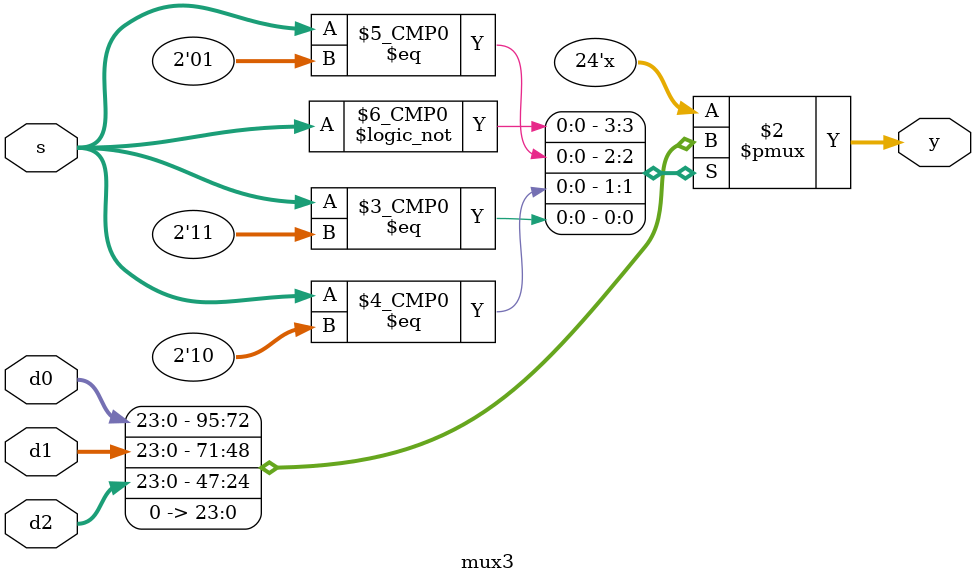
<source format=sv>
/*
	Multiplexor with three inputs
	Inputs:
	- d0 
	- d1
	- s : selects the output from the input
	Outputs:
	- y: value selectes
*/

module mux3 #(parameter WIDTH = 24)
	(input logic [WIDTH-1:0] d0, d1, d2,
	input logic [1:0] s,
	output logic [WIDTH-1:0] y);
	
	
	always_comb begin
		case (s)
			2'b00: y = d0;
			2'b01: y = d1;
			2'b10: y = d2;
			2'b11: y = 0;
		endcase
	end
	
endmodule
</source>
